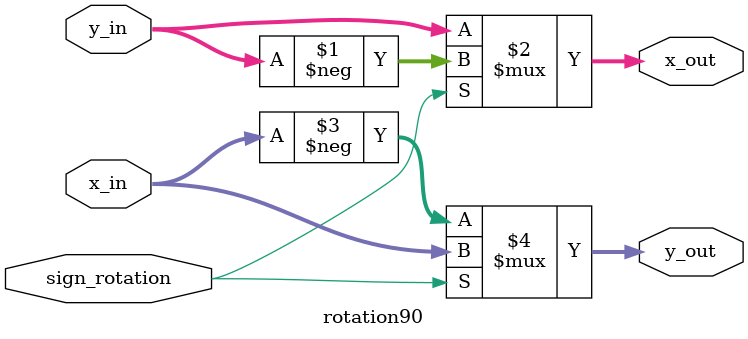
<source format=v>

module rotation90
#(
  parameter WIDTH = 24    // Counter width
)
(
  input 								sign_rotation,
  input signed [WIDTH-1 : 0] x_in,
  input signed [WIDTH-1 : 0] y_in,
  output       [WIDTH-1 : 0] x_out,
  output       [WIDTH-1 : 0 ] y_out
);
//  assign x_out = enable ?((y_in[WIDTH-1])? (-y_in) : y_in)  :0;
//  assign y_out = enable ?((y_in[WIDTH-1])? (x_in) : (-x_in)):0;
  assign x_out = (sign_rotation)? (-y_in) : y_in  ;
  assign y_out = (sign_rotation)? (x_in) : (-x_in);
endmodule

</source>
